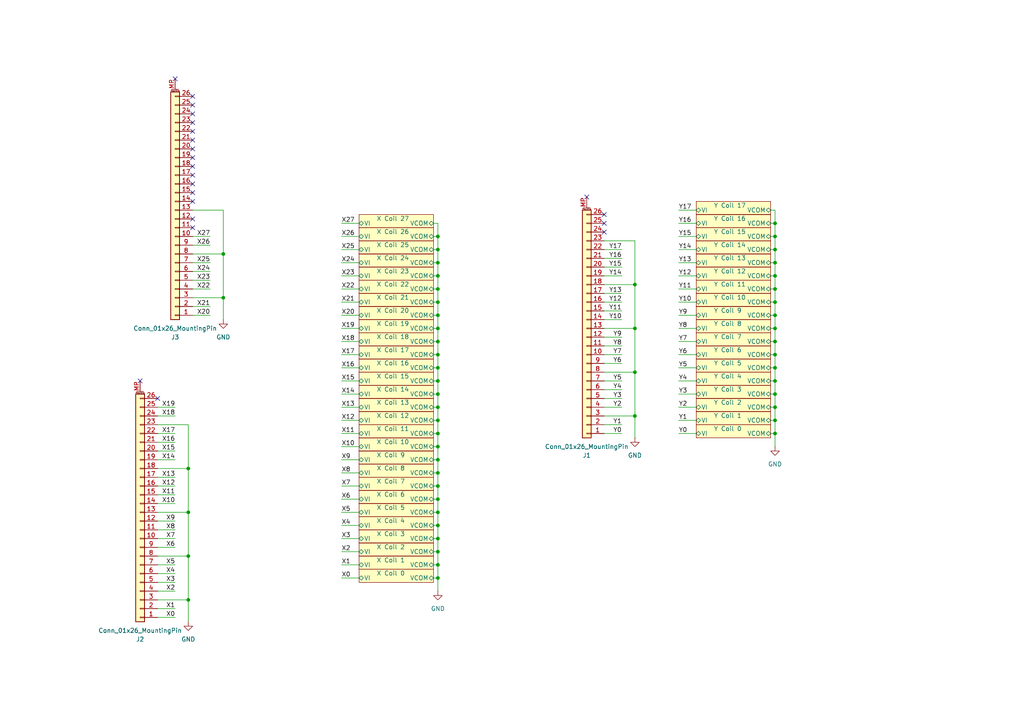
<source format=kicad_sch>
(kicad_sch (version 20250114) (generator "eeschema") (generator_version "9.0")
  (paper "A4")
  (lib_symbols
    (symbol "Connector_Generic_MountingPin:Conn_01x26_MountingPin" (pin_names (offset 1.016) (hide yes))
      (property "Reference" "J" (at 0 33.02 0))
      (property "Value" "Conn_01x26_MountingPin" (at 1.27 -35.56 0))
      (symbol "Conn_01x26_MountingPin_1_1"
        (rectangle (start -1.27 31.75) (end 1.27 -34.29) (stroke (width 0.254)) (fill (type background)))
        (rectangle (start -1.27 30.607) (end 0 30.353) (stroke (width 0.1524)))
        (rectangle (start -1.27 28.067) (end 0 27.813) (stroke (width 0.1524)))
        (rectangle (start -1.27 25.527) (end 0 25.273) (stroke (width 0.1524)))
        (rectangle (start -1.27 22.987) (end 0 22.733) (stroke (width 0.1524)))
        (rectangle (start -1.27 20.447) (end 0 20.193) (stroke (width 0.1524)))
        (rectangle (start -1.27 17.907) (end 0 17.653) (stroke (width 0.1524)))
        (rectangle (start -1.27 15.367) (end 0 15.113) (stroke (width 0.1524)))
        (rectangle (start -1.27 12.827) (end 0 12.573) (stroke (width 0.1524)))
        (rectangle (start -1.27 10.287) (end 0 10.033) (stroke (width 0.1524)))
        (rectangle (start -1.27 7.747) (end 0 7.493) (stroke (width 0.1524)))
        (rectangle (start -1.27 5.207) (end 0 4.953) (stroke (width 0.1524)))
        (rectangle (start -1.27 2.667) (end 0 2.413) (stroke (width 0.1524)))
        (rectangle (start -1.27 0.127) (end 0 -0.127) (stroke (width 0.1524)))
        (rectangle (start -1.27 -2.413) (end 0 -2.667) (stroke (width 0.1524)))
        (rectangle (start -1.27 -4.953) (end 0 -5.207) (stroke (width 0.1524)))
        (rectangle (start -1.27 -7.493) (end 0 -7.747) (stroke (width 0.1524)))
        (rectangle (start -1.27 -10.033) (end 0 -10.287) (stroke (width 0.1524)))
        (rectangle (start -1.27 -12.573) (end 0 -12.827) (stroke (width 0.1524)))
        (rectangle (start -1.27 -15.113) (end 0 -15.367) (stroke (width 0.1524)))
        (rectangle (start -1.27 -17.653) (end 0 -17.907) (stroke (width 0.1524)))
        (rectangle (start -1.27 -20.193) (end 0 -20.447) (stroke (width 0.1524)))
        (rectangle (start -1.27 -22.733) (end 0 -22.987) (stroke (width 0.1524)))
        (rectangle (start -1.27 -25.273) (end 0 -25.527) (stroke (width 0.1524)))
        (rectangle (start -1.27 -27.813) (end 0 -28.067) (stroke (width 0.1524)))
        (rectangle (start -1.27 -30.353) (end 0 -30.607) (stroke (width 0.1524)))
        (rectangle (start -1.27 -32.893) (end 0 -33.147) (stroke (width 0.1524)))
        (polyline (pts (xy -1.016 -35.052) (xy 1.016 -35.052)) (stroke (width 0.1524)))
        (text "Mounting" (at 0 -34.671 0) (effects (font (size 0.381 0.381))))
        (pin passive line (at -5.08 30.48 0) (length 3.81) (name "Pin_1") (number "1"))
        (pin passive line (at -5.08 27.94 0) (length 3.81) (name "Pin_2") (number "2"))
        (pin passive line (at -5.08 25.4 0) (length 3.81) (name "Pin_3") (number "3"))
        (pin passive line (at -5.08 22.86 0) (length 3.81) (name "Pin_4") (number "4"))
        (pin passive line (at -5.08 20.32 0) (length 3.81) (name "Pin_5") (number "5"))
        (pin passive line (at -5.08 17.78 0) (length 3.81) (name "Pin_6") (number "6"))
        (pin passive line (at -5.08 15.24 0) (length 3.81) (name "Pin_7") (number "7"))
        (pin passive line (at -5.08 12.7 0) (length 3.81) (name "Pin_8") (number "8"))
        (pin passive line (at -5.08 10.16 0) (length 3.81) (name "Pin_9") (number "9"))
        (pin passive line (at -5.08 7.62 0) (length 3.81) (name "Pin_10") (number "10"))
        (pin passive line (at -5.08 5.08 0) (length 3.81) (name "Pin_11") (number "11"))
        (pin passive line (at -5.08 2.54 0) (length 3.81) (name "Pin_12") (number "12"))
        (pin passive line (at -5.08 0 0) (length 3.81) (name "Pin_13") (number "13"))
        (pin passive line (at -5.08 -2.54 0) (length 3.81) (name "Pin_14") (number "14"))
        (pin passive line (at -5.08 -5.08 0) (length 3.81) (name "Pin_15") (number "15"))
        (pin passive line (at -5.08 -7.62 0) (length 3.81) (name "Pin_16") (number "16"))
        (pin passive line (at -5.08 -10.16 0) (length 3.81) (name "Pin_17") (number "17"))
        (pin passive line (at -5.08 -12.7 0) (length 3.81) (name "Pin_18") (number "18"))
        (pin passive line (at -5.08 -15.24 0) (length 3.81) (name "Pin_19") (number "19"))
        (pin passive line (at -5.08 -17.78 0) (length 3.81) (name "Pin_20") (number "20"))
        (pin passive line (at -5.08 -20.32 0) (length 3.81) (name "Pin_21") (number "21"))
        (pin passive line (at -5.08 -22.86 0) (length 3.81) (name "Pin_22") (number "22"))
        (pin passive line (at -5.08 -25.4 0) (length 3.81) (name "Pin_23") (number "23"))
        (pin passive line (at -5.08 -27.94 0) (length 3.81) (name "Pin_24") (number "24"))
        (pin passive line (at -5.08 -30.48 0) (length 3.81) (name "Pin_25") (number "25"))
        (pin passive line (at -5.08 -33.02 0) (length 3.81) (name "Pin_26") (number "26"))
        (pin passive line (at 0 -38.1 90) (length 3.048) (name "MountPin") (number "MP"))
      )
    )
    (symbol "power:GND" (power) (pin_numbers (hide yes)) (pin_names (offset 0) (hide yes))
      (property "Value" "GND" (at 0 -3.81 0))
      (symbol "GND_0_1"
        (polyline (pts (xy 0 0) (xy 0 -1.27) (xy 1.27 -1.27) (xy 0 -2.54) (xy -1.27 -1.27) (xy 0 -1.27)))
      )
      (symbol "GND_1_1"
        (pin power_in line (at 0 0 270) (length 0) (name "~") (number "1"))
      )
    )
  )
  (junction (at 224.79 91.44))
  (junction (at 127 156.21))
  (junction (at 224.79 64.77))
  (junction (at 54.61 148.59))
  (junction (at 127 106.68))
  (junction (at 127 87.63))
  (junction (at 224.79 83.82))
  (junction (at 127 102.87))
  (junction (at 127 163.83))
  (junction (at 127 72.39))
  (junction (at 127 160.02))
  (junction (at 127 95.25))
  (junction (at 224.79 106.68))
  (junction (at 127 152.4))
  (junction (at 127 140.97))
  (junction (at 127 118.11))
  (junction (at 127 91.44))
  (junction (at 127 133.35))
  (junction (at 127 99.06))
  (junction (at 184.15 95.25))
  (junction (at 224.79 102.87))
  (junction (at 127 148.59))
  (junction (at 127 114.3))
  (junction (at 184.15 107.95))
  (junction (at 224.79 80.01))
  (junction (at 224.79 68.58))
  (junction (at 224.79 72.39))
  (junction (at 127 110.49))
  (junction (at 224.79 121.92))
  (junction (at 127 167.64))
  (junction (at 184.15 120.65))
  (junction (at 224.79 87.63))
  (junction (at 224.79 110.49))
  (junction (at 224.79 95.25))
  (junction (at 224.79 99.06))
  (junction (at 127 125.73))
  (junction (at 224.79 114.3))
  (junction (at 127 144.78))
  (junction (at 127 68.58))
  (junction (at 127 137.16))
  (junction (at 127 121.92))
  (junction (at 64.77 86.36))
  (junction (at 127 80.01))
  (junction (at 224.79 118.11))
  (junction (at 224.79 76.2))
  (junction (at 54.61 161.29))
  (junction (at 184.15 82.55))
  (junction (at 64.77 73.66))
  (junction (at 127 83.82))
  (junction (at 127 76.2))
  (junction (at 54.61 173.99))
  (junction (at 127 129.54))
  (junction (at 224.79 125.73))
  (junction (at 54.61 135.89))
  (no_connect (at 55.88 58.42))
  (no_connect (at 55.88 38.1))
  (no_connect (at 55.88 53.34))
  (no_connect (at 55.88 50.8))
  (no_connect (at 55.88 55.88))
  (no_connect (at 55.88 45.72))
  (no_connect (at 55.88 33.02))
  (no_connect (at 55.88 66.04))
  (no_connect (at 170.18 57.15))
  (no_connect (at 55.88 63.5))
  (no_connect (at 40.64 110.49))
  (no_connect (at 45.72 115.57))
  (no_connect (at 50.8 22.86))
  (no_connect (at 175.26 64.77))
  (no_connect (at 55.88 35.56))
  (no_connect (at 55.88 27.94))
  (no_connect (at 55.88 48.26))
  (no_connect (at 55.88 43.18))
  (no_connect (at 55.88 40.64))
  (no_connect (at 55.88 30.48))
  (no_connect (at 175.26 62.23))
  (no_connect (at 175.26 67.31))
  (wire (pts (xy 224.79 125.73) (xy 224.79 121.92)))
  (wire (pts (xy 224.79 118.11) (xy 224.79 114.3)))
  (wire (pts (xy 175.26 107.95) (xy 184.15 107.95)))
  (wire (pts (xy 125.73 118.11) (xy 127 118.11)))
  (wire (pts (xy 54.61 173.99) (xy 54.61 180.34)))
  (wire (pts (xy 99.06 114.3) (xy 104.14 114.3)))
  (wire (pts (xy 224.79 83.82) (xy 224.79 80.01)))
  (wire (pts (xy 224.79 80.01) (xy 224.79 76.2)))
  (wire (pts (xy 127 99.06) (xy 127 95.25)))
  (wire (pts (xy 223.52 83.82) (xy 224.79 83.82)))
  (wire (pts (xy 50.8 125.73) (xy 45.72 125.73)))
  (wire (pts (xy 224.79 121.92) (xy 224.79 118.11)))
  (wire (pts (xy 224.79 125.73) (xy 224.79 129.54)))
  (wire (pts (xy 196.85 95.25) (xy 201.93 95.25)))
  (wire (pts (xy 50.8 171.45) (xy 45.72 171.45)))
  (wire (pts (xy 125.73 160.02) (xy 127 160.02)))
  (wire (pts (xy 99.06 110.49) (xy 104.14 110.49)))
  (wire (pts (xy 125.73 133.35) (xy 127 133.35)))
  (wire (pts (xy 127 160.02) (xy 127 156.21)))
  (wire (pts (xy 125.73 156.21) (xy 127 156.21)))
  (wire (pts (xy 223.52 121.92) (xy 224.79 121.92)))
  (wire (pts (xy 45.72 166.37) (xy 50.8 166.37)))
  (wire (pts (xy 184.15 95.25) (xy 184.15 107.95)))
  (wire (pts (xy 125.73 80.01) (xy 127 80.01)))
  (wire (pts (xy 127 133.35) (xy 127 129.54)))
  (wire (pts (xy 184.15 107.95) (xy 184.15 120.65)))
  (wire (pts (xy 99.06 91.44) (xy 104.14 91.44)))
  (wire (pts (xy 127 114.3) (xy 127 110.49)))
  (wire (pts (xy 99.06 121.92) (xy 104.14 121.92)))
  (wire (pts (xy 127 106.68) (xy 127 102.87)))
  (wire (pts (xy 184.15 82.55) (xy 184.15 95.25)))
  (wire (pts (xy 223.52 76.2) (xy 224.79 76.2)))
  (wire (pts (xy 184.15 69.85) (xy 184.15 82.55)))
  (wire (pts (xy 45.72 161.29) (xy 54.61 161.29)))
  (wire (pts (xy 224.79 64.77) (xy 224.79 60.96)))
  (wire (pts (xy 127 156.21) (xy 127 152.4)))
  (wire (pts (xy 125.73 163.83) (xy 127 163.83)))
  (wire (pts (xy 50.8 168.91) (xy 45.72 168.91)))
  (wire (pts (xy 223.52 80.01) (xy 224.79 80.01)))
  (wire (pts (xy 175.26 120.65) (xy 184.15 120.65)))
  (wire (pts (xy 224.79 91.44) (xy 224.79 87.63)))
  (wire (pts (xy 180.34 74.93) (xy 175.26 74.93)))
  (wire (pts (xy 180.34 97.79) (xy 175.26 97.79)))
  (wire (pts (xy 127 91.44) (xy 127 87.63)))
  (wire (pts (xy 196.85 121.92) (xy 201.93 121.92)))
  (wire (pts (xy 224.79 72.39) (xy 224.79 68.58)))
  (wire (pts (xy 223.52 99.06) (xy 224.79 99.06)))
  (wire (pts (xy 127 80.01) (xy 127 76.2)))
  (wire (pts (xy 45.72 123.19) (xy 54.61 123.19)))
  (wire (pts (xy 55.88 68.58) (xy 60.96 68.58)))
  (wire (pts (xy 125.73 76.2) (xy 127 76.2)))
  (wire (pts (xy 125.73 140.97) (xy 127 140.97)))
  (wire (pts (xy 125.73 152.4) (xy 127 152.4)))
  (wire (pts (xy 127 83.82) (xy 127 80.01)))
  (wire (pts (xy 54.61 135.89) (xy 54.61 148.59)))
  (wire (pts (xy 99.06 95.25) (xy 104.14 95.25)))
  (wire (pts (xy 196.85 72.39) (xy 201.93 72.39)))
  (wire (pts (xy 196.85 80.01) (xy 201.93 80.01)))
  (wire (pts (xy 64.77 86.36) (xy 64.77 92.71)))
  (wire (pts (xy 127 163.83) (xy 127 160.02)))
  (wire (pts (xy 224.79 106.68) (xy 224.79 102.87)))
  (wire (pts (xy 223.52 72.39) (xy 224.79 72.39)))
  (wire (pts (xy 196.85 102.87) (xy 201.93 102.87)))
  (wire (pts (xy 50.8 179.07) (xy 45.72 179.07)))
  (wire (pts (xy 175.26 95.25) (xy 184.15 95.25)))
  (wire (pts (xy 180.34 102.87) (xy 175.26 102.87)))
  (wire (pts (xy 60.96 83.82) (xy 55.88 83.82)))
  (wire (pts (xy 125.73 129.54) (xy 127 129.54)))
  (wire (pts (xy 127 118.11) (xy 127 114.3)))
  (wire (pts (xy 55.88 76.2) (xy 60.96 76.2)))
  (wire (pts (xy 223.52 91.44) (xy 224.79 91.44)))
  (wire (pts (xy 99.06 83.82) (xy 104.14 83.82)))
  (wire (pts (xy 180.34 87.63) (xy 175.26 87.63)))
  (wire (pts (xy 99.06 140.97) (xy 104.14 140.97)))
  (wire (pts (xy 64.77 60.96) (xy 55.88 60.96)))
  (wire (pts (xy 99.06 99.06) (xy 104.14 99.06)))
  (wire (pts (xy 127 140.97) (xy 127 137.16)))
  (wire (pts (xy 50.8 143.51) (xy 45.72 143.51)))
  (wire (pts (xy 224.79 110.49) (xy 224.79 106.68)))
  (wire (pts (xy 180.34 72.39) (xy 175.26 72.39)))
  (wire (pts (xy 45.72 173.99) (xy 54.61 173.99)))
  (wire (pts (xy 60.96 78.74) (xy 55.88 78.74)))
  (wire (pts (xy 180.34 123.19) (xy 175.26 123.19)))
  (wire (pts (xy 196.85 91.44) (xy 201.93 91.44)))
  (wire (pts (xy 180.34 92.71) (xy 175.26 92.71)))
  (wire (pts (xy 60.96 71.12) (xy 55.88 71.12)))
  (wire (pts (xy 180.34 115.57) (xy 175.26 115.57)))
  (wire (pts (xy 180.34 77.47) (xy 175.26 77.47)))
  (wire (pts (xy 180.34 105.41) (xy 175.26 105.41)))
  (wire (pts (xy 223.52 60.96) (xy 224.79 60.96)))
  (wire (pts (xy 127 95.25) (xy 127 91.44)))
  (wire (pts (xy 125.73 110.49) (xy 127 110.49)))
  (wire (pts (xy 196.85 83.82) (xy 201.93 83.82)))
  (wire (pts (xy 50.8 133.35) (xy 45.72 133.35)))
  (wire (pts (xy 223.52 110.49) (xy 224.79 110.49)))
  (wire (pts (xy 125.73 99.06) (xy 127 99.06)))
  (wire (pts (xy 125.73 83.82) (xy 127 83.82)))
  (wire (pts (xy 99.06 80.01) (xy 104.14 80.01)))
  (wire (pts (xy 223.52 102.87) (xy 224.79 102.87)))
  (wire (pts (xy 99.06 125.73) (xy 104.14 125.73)))
  (wire (pts (xy 196.85 125.73) (xy 201.93 125.73)))
  (wire (pts (xy 125.73 144.78) (xy 127 144.78)))
  (wire (pts (xy 50.8 156.21) (xy 45.72 156.21)))
  (wire (pts (xy 196.85 118.11) (xy 201.93 118.11)))
  (wire (pts (xy 127 87.63) (xy 127 83.82)))
  (wire (pts (xy 64.77 73.66) (xy 64.77 60.96)))
  (wire (pts (xy 196.85 99.06) (xy 201.93 99.06)))
  (wire (pts (xy 127 76.2) (xy 127 72.39)))
  (wire (pts (xy 50.8 151.13) (xy 45.72 151.13)))
  (wire (pts (xy 125.73 64.77) (xy 127 64.77)))
  (wire (pts (xy 99.06 156.21) (xy 104.14 156.21)))
  (wire (pts (xy 64.77 73.66) (xy 64.77 86.36)))
  (wire (pts (xy 55.88 86.36) (xy 64.77 86.36)))
  (wire (pts (xy 196.85 106.68) (xy 201.93 106.68)))
  (wire (pts (xy 223.52 64.77) (xy 224.79 64.77)))
  (wire (pts (xy 224.79 68.58) (xy 224.79 64.77)))
  (wire (pts (xy 54.61 161.29) (xy 54.61 173.99)))
  (wire (pts (xy 127 125.73) (xy 127 129.54)))
  (wire (pts (xy 180.34 125.73) (xy 175.26 125.73)))
  (wire (pts (xy 223.52 125.73) (xy 224.79 125.73)))
  (wire (pts (xy 127 110.49) (xy 127 106.68)))
  (wire (pts (xy 196.85 64.77) (xy 201.93 64.77)))
  (wire (pts (xy 175.26 69.85) (xy 184.15 69.85)))
  (wire (pts (xy 184.15 120.65) (xy 184.15 127)))
  (wire (pts (xy 224.79 87.63) (xy 224.79 83.82)))
  (wire (pts (xy 125.73 95.25) (xy 127 95.25)))
  (wire (pts (xy 125.73 114.3) (xy 127 114.3)))
  (wire (pts (xy 125.73 106.68) (xy 127 106.68)))
  (wire (pts (xy 127 167.64) (xy 127 171.45)))
  (wire (pts (xy 196.85 68.58) (xy 201.93 68.58)))
  (wire (pts (xy 50.8 118.11) (xy 45.72 118.11)))
  (wire (pts (xy 127 121.92) (xy 127 118.11)))
  (wire (pts (xy 125.73 102.87) (xy 127 102.87)))
  (wire (pts (xy 223.52 68.58) (xy 224.79 68.58)))
  (wire (pts (xy 55.88 73.66) (xy 64.77 73.66)))
  (wire (pts (xy 50.8 128.27) (xy 45.72 128.27)))
  (wire (pts (xy 127 68.58) (xy 127 64.77)))
  (wire (pts (xy 99.06 163.83) (xy 104.14 163.83)))
  (wire (pts (xy 127 137.16) (xy 127 133.35)))
  (wire (pts (xy 99.06 102.87) (xy 104.14 102.87)))
  (wire (pts (xy 99.06 144.78) (xy 104.14 144.78)))
  (wire (pts (xy 196.85 110.49) (xy 201.93 110.49)))
  (wire (pts (xy 99.06 167.64) (xy 104.14 167.64)))
  (wire (pts (xy 175.26 82.55) (xy 184.15 82.55)))
  (wire (pts (xy 196.85 87.63) (xy 201.93 87.63)))
  (wire (pts (xy 50.8 176.53) (xy 45.72 176.53)))
  (wire (pts (xy 196.85 114.3) (xy 201.93 114.3)))
  (wire (pts (xy 99.06 118.11) (xy 104.14 118.11)))
  (wire (pts (xy 223.52 118.11) (xy 224.79 118.11)))
  (wire (pts (xy 99.06 87.63) (xy 104.14 87.63)))
  (wire (pts (xy 45.72 135.89) (xy 54.61 135.89)))
  (wire (pts (xy 99.06 137.16) (xy 104.14 137.16)))
  (wire (pts (xy 60.96 88.9) (xy 55.88 88.9)))
  (wire (pts (xy 99.06 160.02) (xy 104.14 160.02)))
  (wire (pts (xy 180.34 90.17) (xy 175.26 90.17)))
  (wire (pts (xy 54.61 123.19) (xy 54.61 135.89)))
  (wire (pts (xy 224.79 76.2) (xy 224.79 72.39)))
  (wire (pts (xy 50.8 120.65) (xy 45.72 120.65)))
  (wire (pts (xy 180.34 80.01) (xy 175.26 80.01)))
  (wire (pts (xy 180.34 110.49) (xy 175.26 110.49)))
  (wire (pts (xy 127 102.87) (xy 127 99.06)))
  (wire (pts (xy 125.73 91.44) (xy 127 91.44)))
  (wire (pts (xy 127 152.4) (xy 127 148.59)))
  (wire (pts (xy 125.73 72.39) (xy 127 72.39)))
  (wire (pts (xy 45.72 163.83) (xy 50.8 163.83)))
  (wire (pts (xy 99.06 148.59) (xy 104.14 148.59)))
  (wire (pts (xy 180.34 118.11) (xy 175.26 118.11)))
  (wire (pts (xy 99.06 72.39) (xy 104.14 72.39)))
  (wire (pts (xy 125.73 148.59) (xy 127 148.59)))
  (wire (pts (xy 127 72.39) (xy 127 68.58)))
  (wire (pts (xy 50.8 140.97) (xy 45.72 140.97)))
  (wire (pts (xy 224.79 95.25) (xy 224.79 91.44)))
  (wire (pts (xy 99.06 106.68) (xy 104.14 106.68)))
  (wire (pts (xy 99.06 64.77) (xy 104.14 64.77)))
  (wire (pts (xy 60.96 81.28) (xy 55.88 81.28)))
  (wire (pts (xy 99.06 129.54) (xy 104.14 129.54)))
  (wire (pts (xy 224.79 102.87) (xy 224.79 99.06)))
  (wire (pts (xy 50.8 130.81) (xy 45.72 130.81)))
  (wire (pts (xy 196.85 60.96) (xy 201.93 60.96)))
  (wire (pts (xy 50.8 146.05) (xy 45.72 146.05)))
  (wire (pts (xy 180.34 85.09) (xy 175.26 85.09)))
  (wire (pts (xy 125.73 167.64) (xy 127 167.64)))
  (wire (pts (xy 223.52 95.25) (xy 224.79 95.25)))
  (wire (pts (xy 127 144.78) (xy 127 140.97)))
  (wire (pts (xy 125.73 87.63) (xy 127 87.63)))
  (wire (pts (xy 50.8 158.75) (xy 45.72 158.75)))
  (wire (pts (xy 125.73 125.73) (xy 127 125.73)))
  (wire (pts (xy 125.73 137.16) (xy 127 137.16)))
  (wire (pts (xy 99.06 133.35) (xy 104.14 133.35)))
  (wire (pts (xy 54.61 148.59) (xy 54.61 161.29)))
  (wire (pts (xy 45.72 148.59) (xy 54.61 148.59)))
  (wire (pts (xy 50.8 138.43) (xy 45.72 138.43)))
  (wire (pts (xy 99.06 152.4) (xy 104.14 152.4)))
  (wire (pts (xy 99.06 68.58) (xy 104.14 68.58)))
  (wire (pts (xy 125.73 121.92) (xy 127 121.92)))
  (wire (pts (xy 196.85 76.2) (xy 201.93 76.2)))
  (wire (pts (xy 99.06 76.2) (xy 104.14 76.2)))
  (wire (pts (xy 180.34 100.33) (xy 175.26 100.33)))
  (wire (pts (xy 127 121.92) (xy 127 125.73)))
  (wire (pts (xy 180.34 113.03) (xy 175.26 113.03)))
  (wire (pts (xy 224.79 99.06) (xy 224.79 95.25)))
  (wire (pts (xy 50.8 153.67) (xy 45.72 153.67)))
  (wire (pts (xy 60.96 91.44) (xy 55.88 91.44)))
  (wire (pts (xy 223.52 87.63) (xy 224.79 87.63)))
  (wire (pts (xy 127 148.59) (xy 127 144.78)))
  (wire (pts (xy 223.52 106.68) (xy 224.79 106.68)))
  (wire (pts (xy 223.52 114.3) (xy 224.79 114.3)))
  (wire (pts (xy 224.79 114.3) (xy 224.79 110.49)))
  (wire (pts (xy 125.73 68.58) (xy 127 68.58)))
  (wire (pts (xy 127 167.64) (xy 127 163.83)))
  (label "X0" (at 50.8 179.07 180))
  (label "Y14" (at 196.85 72.39 0))
  (label "Y6" (at 196.85 102.87 0))
  (label "Y4" (at 180.34 113.03 180))
  (label "Y16" (at 196.85 64.77 0))
  (label "X12" (at 50.8 140.97 180))
  (label "X25" (at 99.06 72.39 0))
  (label "X4" (at 99.06 152.4 0))
  (label "Y5" (at 196.85 106.68 0))
  (label "Y15" (at 196.85 68.58 0))
  (label "X6" (at 99.06 144.78 0))
  (label "Y12" (at 196.85 80.01 0))
  (label "X19" (at 99.06 95.25 0))
  (label "Y13" (at 180.34 85.09 180))
  (label "X27" (at 60.96 68.58 180))
  (label "Y8" (at 180.34 100.33 180))
  (label "X10" (at 50.8 146.05 180))
  (label "X19" (at 50.8 118.11 180))
  (label "Y6" (at 180.34 105.41 180))
  (label "Y0" (at 180.34 125.73 180))
  (label "X7" (at 99.06 140.97 0))
  (label "X15" (at 50.8 130.81 180))
  (label "X5" (at 50.8 163.83 180))
  (label "X15" (at 99.06 110.49 0))
  (label "Y2" (at 180.34 118.11 180))
  (label "Y7" (at 196.85 99.06 0))
  (label "Y17" (at 196.85 60.96 0))
  (label "Y10" (at 180.34 92.71 180))
  (label "Y13" (at 196.85 76.2 0))
  (label "Y14" (at 180.34 80.01 180))
  (label "X1" (at 50.8 176.53 180))
  (label "X0" (at 99.06 167.64 0))
  (label "Y12" (at 180.34 87.63 180))
  (label "X8" (at 99.06 137.16 0))
  (label "Y1" (at 196.85 121.92 0))
  (label "X21" (at 60.96 88.9 180))
  (label "X18" (at 50.8 120.65 180))
  (label "X18" (at 99.06 99.06 0))
  (label "X24" (at 60.96 78.74 180))
  (label "Y7" (at 180.34 102.87 180))
  (label "X22" (at 60.96 83.82 180))
  (label "Y5" (at 180.34 110.49 180))
  (label "X13" (at 50.8 138.43 180))
  (label "X1" (at 99.06 163.83 0))
  (label "X12" (at 99.06 121.92 0))
  (label "X25" (at 60.96 76.2 180))
  (label "X13" (at 99.06 118.11 0))
  (label "X2" (at 50.8 171.45 180))
  (label "X20" (at 99.06 91.44 0))
  (label "X21" (at 99.06 87.63 0))
  (label "X9" (at 50.8 151.13 180))
  (label "X11" (at 99.06 125.73 0))
  (label "X3" (at 50.8 168.91 180))
  (label "X16" (at 99.06 106.68 0))
  (label "X26" (at 60.96 71.12 180))
  (label "X3" (at 99.06 156.21 0))
  (label "X16" (at 50.8 128.27 180))
  (label "Y1" (at 180.34 123.19 180))
  (label "X14" (at 99.06 114.3 0))
  (label "X11" (at 50.8 143.51 180))
  (label "X22" (at 99.06 83.82 0))
  (label "Y3" (at 180.34 115.57 180))
  (label "X10" (at 99.06 129.54 0))
  (label "Y0" (at 196.85 125.73 0))
  (label "X23" (at 99.06 80.01 0))
  (label "Y15" (at 180.34 77.47 180))
  (label "Y10" (at 196.85 87.63 0))
  (label "Y11" (at 196.85 83.82 0))
  (label "X14" (at 50.8 133.35 180))
  (label "X8" (at 50.8 153.67 180))
  (label "Y2" (at 196.85 118.11 0))
  (label "X2" (at 99.06 160.02 0))
  (label "Y3" (at 196.85 114.3 0))
  (label "Y9" (at 196.85 91.44 0))
  (label "X9" (at 99.06 133.35 0))
  (label "X24" (at 99.06 76.2 0))
  (label "X6" (at 50.8 158.75 180))
  (label "X4" (at 50.8 166.37 180))
  (label "Y4" (at 196.85 110.49 0))
  (label "X23" (at 60.96 81.28 180))
  (label "X7" (at 50.8 156.21 180))
  (label "X5" (at 99.06 148.59 0))
  (label "X26" (at 99.06 68.58 0))
  (label "X17" (at 99.06 102.87 0))
  (label "X27" (at 99.06 64.77 0))
  (label "Y9" (at 180.34 97.79 180))
  (label "Y17" (at 180.34 72.39 180))
  (label "X20" (at 60.96 91.44 180))
  (label "Y16" (at 180.34 74.93 180))
  (label "Y11" (at 180.34 90.17 180))
  (label "Y8" (at 196.85 95.25 0))
  (label "X17" (at 50.8 125.73 180))
  (symbol (lib_id "power:GND") (at 127 171.45 0) (unit 1)
    (property "Reference" "#PWR05" (effects (hide yes)))
    (property "Value" "GND" (at 127 176.53 0))
    (property "Description" "Power symbol creates a global label with name \"GND\" , ground" (effects (hide yes)))
  )
  (symbol (lib_id "Connector_Generic_MountingPin:Conn_01x26_MountingPin") (at 40.64 148.59 180) (unit 1)
    (property "Reference" "J2" (at 40.64 185.42 0))
    (property "Value" "Conn_01x26_MountingPin" (at 40.64 182.88 0))
    (property "Footprint" "FPC:Hirose_FH12-26S-0.5SH(55)-FPC_1" (effects (hide yes)))
    (property "Description" "Generic connectable mounting pin connector, single row, 01x26, script generated (kicad-library-utils/schlib/autogen/connector/)" (effects (hide yes)))
  )
  (symbol (lib_id "Connector_Generic_MountingPin:Conn_01x26_MountingPin") (at 50.8 60.96 180) (unit 1)
    (property "Reference" "J3" (at 50.8 97.79 0))
    (property "Value" "Conn_01x26_MountingPin" (at 50.8 95.25 0))
    (property "Footprint" "FPC:Hirose_FH12-26S-0.5SH(55)-FPC_1" (effects (hide yes)))
    (property "Description" "Generic connectable mounting pin connector, single row, 01x26, script generated (kicad-library-utils/schlib/autogen/connector/)" (effects (hide yes)))
  )
  (symbol (lib_id "Connector_Generic_MountingPin:Conn_01x26_MountingPin") (at 170.18 95.25 180) (unit 1)
    (property "Reference" "J1" (at 170.18 132.08 0))
    (property "Value" "Conn_01x26_MountingPin" (at 170.18 129.54 0))
    (property "Footprint" "FPC:Hirose_FH12-26S-0.5SH(55)-FPC_1" (effects (hide yes)))
    (property "Description" "Generic connectable mounting pin connector, single row, 01x26, script generated (kicad-library-utils/schlib/autogen/connector/)" (effects (hide yes)))
  )
  (symbol (lib_id "power:GND") (at 64.77 92.71 0) (unit 1)
    (property "Reference" "#PWR04" (effects (hide yes)))
    (property "Value" "GND" (at 64.77 97.79 0))
    (property "Description" "Power symbol creates a global label with name \"GND\" , ground" (effects (hide yes)))
  )
  (symbol (lib_id "power:GND") (at 54.61 180.34 0) (unit 1)
    (property "Reference" "#PWR03" (effects (hide yes)))
    (property "Value" "GND" (at 54.61 185.42 0))
    (property "Description" "Power symbol creates a global label with name \"GND\" , ground" (effects (hide yes)))
  )
  (symbol (lib_id "power:GND") (at 184.15 127 0) (unit 1)
    (property "Reference" "#PWR02" (effects (hide yes)))
    (property "Value" "GND" (at 184.15 132.08 0))
    (property "Description" "Power symbol creates a global label with name \"GND\" , ground" (effects (hide yes)))
  )
  (symbol (lib_id "power:GND") (at 224.79 129.54 0) (unit 1)
    (property "Reference" "#PWR01" (effects (hide yes)))
    (property "Value" "GND" (at 224.79 134.62 0))
    (property "Description" "Power symbol creates a global label with name \"GND\" , ground" (effects (hide yes)))
  )
  (sheet (at 104.14 115.57) (size 21.59 3.81) (stroke (width 0.1524)) (fill (color 255 255 194 1.0000))
    (property "Sheetname" "X Coil 13" (at 109.22 117.475 0) (effects (justify left bottom)))
    (property "Sheetfile" "coil.kicad_sch" (effects (hide yes)))
    (pin "VI" bidirectional (at 104.14 118.11 180))
    (pin "VCOM" bidirectional (at 125.73 118.11 0))
  )
  (sheet (at 201.93 77.47) (size 21.59 3.81) (stroke (width 0.1524)) (fill (color 255 255 194 1.0000))
    (property "Sheetname" "Y Coil 12" (at 207.01 79.375 0) (effects (justify left bottom)))
    (property "Sheetfile" "coil.kicad_sch" (effects (hide yes)))
    (pin "VI" bidirectional (at 201.93 80.01 180))
    (pin "VCOM" bidirectional (at 223.52 80.01 0))
  )
  (sheet (at 201.93 107.95) (size 21.59 3.81) (stroke (width 0.1524)) (fill (color 255 255 194 1.0000))
    (property "Sheetname" "Y Coil 4" (at 207.01 109.855 0) (effects (justify left bottom)))
    (property "Sheetfile" "coil.kicad_sch" (effects (hide yes)))
    (pin "VI" bidirectional (at 201.93 110.49 180))
    (pin "VCOM" bidirectional (at 223.52 110.49 0))
  )
  (sheet (at 104.14 69.85) (size 21.59 3.81) (stroke (width 0.1524)) (fill (color 255 255 194 1.0000))
    (property "Sheetname" "X Coil 25" (at 109.22 71.755 0) (effects (justify left bottom)))
    (property "Sheetfile" "coil.kicad_sch" (effects (hide yes)))
    (pin "VI" bidirectional (at 104.14 72.39 180))
    (pin "VCOM" bidirectional (at 125.73 72.39 0))
  )
  (sheet (at 201.93 96.52) (size 21.59 3.81) (stroke (width 0.1524)) (fill (color 255 255 194 1.0000))
    (property "Sheetname" "Y Coil 7" (at 207.01 98.425 0) (effects (justify left bottom)))
    (property "Sheetfile" "coil.kicad_sch" (effects (hide yes)))
    (pin "VI" bidirectional (at 201.93 99.06 180))
    (pin "VCOM" bidirectional (at 223.52 99.06 0))
  )
  (sheet (at 104.14 62.23) (size 21.59 3.81) (stroke (width 0.1524)) (fill (color 255 255 194 1.0000))
    (property "Sheetname" "X Coil 27" (at 109.22 64.135 0) (effects (justify left bottom)))
    (property "Sheetfile" "coil.kicad_sch" (effects (hide yes)))
    (pin "VI" bidirectional (at 104.14 64.77 180))
    (pin "VCOM" bidirectional (at 125.73 64.77 0))
  )
  (sheet (at 104.14 92.71) (size 21.59 3.81) (stroke (width 0.1524)) (fill (color 255 255 194 1.0000))
    (property "Sheetname" "X Coil 19" (at 109.22 94.615 0) (effects (justify left bottom)))
    (property "Sheetfile" "coil.kicad_sch" (effects (hide yes)))
    (pin "VI" bidirectional (at 104.14 95.25 180))
    (pin "VCOM" bidirectional (at 125.73 95.25 0))
  )
  (sheet (at 104.14 165.1) (size 21.59 3.81) (stroke (width 0.1524)) (fill (color 255 255 194 1.0000))
    (property "Sheetname" "X Coil 0" (at 109.22 167.005 0) (effects (justify left bottom)))
    (property "Sheetfile" "coil.kicad_sch" (effects (hide yes)))
    (pin "VI" bidirectional (at 104.14 167.64 180))
    (pin "VCOM" bidirectional (at 125.73 167.64 0))
  )
  (sheet (at 104.14 111.76) (size 21.59 3.81) (stroke (width 0.1524)) (fill (color 255 255 194 1.0000))
    (property "Sheetname" "X Coil 14" (at 109.22 113.665 0) (effects (justify left bottom)))
    (property "Sheetfile" "coil.kicad_sch" (effects (hide yes)))
    (pin "VI" bidirectional (at 104.14 114.3 180))
    (pin "VCOM" bidirectional (at 125.73 114.3 0))
  )
  (sheet (at 201.93 92.71) (size 21.59 3.81) (stroke (width 0.1524)) (fill (color 255 255 194 1.0000))
    (property "Sheetname" "Y Coil 8" (at 207.01 94.615 0) (effects (justify left bottom)))
    (property "Sheetfile" "coil.kicad_sch" (effects (hide yes)))
    (pin "VI" bidirectional (at 201.93 95.25 180))
    (pin "VCOM" bidirectional (at 223.52 95.25 0))
  )
  (sheet (at 201.93 85.09) (size 21.59 3.81) (stroke (width 0.1524)) (fill (color 255 255 194 1.0000))
    (property "Sheetname" "Y Coil 10" (at 207.01 86.995 0) (effects (justify left bottom)))
    (property "Sheetfile" "coil.kicad_sch" (effects (hide yes)))
    (pin "VI" bidirectional (at 201.93 87.63 180))
    (pin "VCOM" bidirectional (at 223.52 87.63 0))
  )
  (sheet (at 104.14 119.38) (size 21.59 3.81) (stroke (width 0.1524)) (fill (color 255 255 194 1.0000))
    (property "Sheetname" "X Coil 12" (at 109.22 121.285 0) (effects (justify left bottom)))
    (property "Sheetfile" "coil.kicad_sch" (effects (hide yes)))
    (pin "VI" bidirectional (at 104.14 121.92 180))
    (pin "VCOM" bidirectional (at 125.73 121.92 0))
  )
  (sheet (at 201.93 66.04) (size 21.59 3.81) (stroke (width 0.1524)) (fill (color 255 255 194 1.0000))
    (property "Sheetname" "Y Coil 15" (at 207.01 67.945 0) (effects (justify left bottom)))
    (property "Sheetfile" "coil.kicad_sch" (effects (hide yes)))
    (pin "VI" bidirectional (at 201.93 68.58 180))
    (pin "VCOM" bidirectional (at 223.52 68.58 0))
  )
  (sheet (at 104.14 142.24) (size 21.59 3.81) (stroke (width 0.1524)) (fill (color 255 255 194 1.0000))
    (property "Sheetname" "X Coil 6" (at 109.22 144.145 0) (effects (justify left bottom)))
    (property "Sheetfile" "coil.kicad_sch" (effects (hide yes)))
    (pin "VI" bidirectional (at 104.14 144.78 180))
    (pin "VCOM" bidirectional (at 125.73 144.78 0))
  )
  (sheet (at 104.14 66.04) (size 21.59 3.81) (stroke (width 0.1524)) (fill (color 255 255 194 1.0000))
    (property "Sheetname" "X Coil 26" (at 109.22 67.945 0) (effects (justify left bottom)))
    (property "Sheetfile" "coil.kicad_sch" (effects (hide yes)))
    (pin "VI" bidirectional (at 104.14 68.58 180))
    (pin "VCOM" bidirectional (at 125.73 68.58 0))
  )
  (sheet (at 201.93 119.38) (size 21.59 3.81) (stroke (width 0.1524)) (fill (color 255 255 194 1.0000))
    (property "Sheetname" "Y Coil 1" (at 207.01 121.285 0) (effects (justify left bottom)))
    (property "Sheetfile" "coil.kicad_sch" (effects (hide yes)))
    (pin "VI" bidirectional (at 201.93 121.92 180))
    (pin "VCOM" bidirectional (at 223.52 121.92 0))
  )
  (sheet (at 201.93 111.76) (size 21.59 3.81) (stroke (width 0.1524)) (fill (color 255 255 194 1.0000))
    (property "Sheetname" "Y Coil 3" (at 207.01 113.665 0) (effects (justify left bottom)))
    (property "Sheetfile" "coil.kicad_sch" (effects (hide yes)))
    (pin "VI" bidirectional (at 201.93 114.3 180))
    (pin "VCOM" bidirectional (at 223.52 114.3 0))
  )
  (sheet (at 201.93 88.9) (size 21.59 3.81) (stroke (width 0.1524)) (fill (color 255 255 194 1.0000))
    (property "Sheetname" "Y Coil 9" (at 207.01 90.805 0) (effects (justify left bottom)))
    (property "Sheetfile" "coil.kicad_sch" (effects (hide yes)))
    (pin "VI" bidirectional (at 201.93 91.44 180))
    (pin "VCOM" bidirectional (at 223.52 91.44 0))
  )
  (sheet (at 104.14 130.81) (size 21.59 3.81) (stroke (width 0.1524)) (fill (color 255 255 194 1.0000))
    (property "Sheetname" "X Coil 9" (at 109.22 132.715 0) (effects (justify left bottom)))
    (property "Sheetfile" "coil.kicad_sch" (effects (hide yes)))
    (pin "VI" bidirectional (at 104.14 133.35 180))
    (pin "VCOM" bidirectional (at 125.73 133.35 0))
  )
  (sheet (at 104.14 85.09) (size 21.59 3.81) (stroke (width 0.1524)) (fill (color 255 255 194 1.0000))
    (property "Sheetname" "X Coil 21" (at 109.22 86.995 0) (effects (justify left bottom)))
    (property "Sheetfile" "coil.kicad_sch" (effects (hide yes)))
    (pin "VI" bidirectional (at 104.14 87.63 180))
    (pin "VCOM" bidirectional (at 125.73 87.63 0))
  )
  (sheet (at 104.14 127) (size 21.59 3.81) (stroke (width 0.1524)) (fill (color 255 255 194 1.0000))
    (property "Sheetname" "X Coil 10" (at 109.22 128.905 0) (effects (justify left bottom)))
    (property "Sheetfile" "coil.kicad_sch" (effects (hide yes)))
    (pin "VI" bidirectional (at 104.14 129.54 180))
    (pin "VCOM" bidirectional (at 125.73 129.54 0))
  )
  (sheet (at 104.14 153.67) (size 21.59 3.81) (stroke (width 0.1524)) (fill (color 255 255 194 1.0000))
    (property "Sheetname" "X Coil 3" (at 109.22 155.575 0) (effects (justify left bottom)))
    (property "Sheetfile" "coil.kicad_sch" (effects (hide yes)))
    (pin "VI" bidirectional (at 104.14 156.21 180))
    (pin "VCOM" bidirectional (at 125.73 156.21 0))
  )
  (sheet (at 201.93 62.23) (size 21.59 3.81) (stroke (width 0.1524)) (fill (color 255 255 194 1.0000))
    (property "Sheetname" "Y Coil 16" (at 207.01 64.135 0) (effects (justify left bottom)))
    (property "Sheetfile" "coil.kicad_sch" (effects (hide yes)))
    (pin "VI" bidirectional (at 201.93 64.77 180))
    (pin "VCOM" bidirectional (at 223.52 64.77 0))
  )
  (sheet (at 104.14 157.48) (size 21.59 3.81) (stroke (width 0.1524)) (fill (color 255 255 194 1.0000))
    (property "Sheetname" "X Coil 2" (at 109.22 159.385 0) (effects (justify left bottom)))
    (property "Sheetfile" "coil.kicad_sch" (effects (hide yes)))
    (pin "VI" bidirectional (at 104.14 160.02 180))
    (pin "VCOM" bidirectional (at 125.73 160.02 0))
  )
  (sheet (at 201.93 69.85) (size 21.59 3.81) (stroke (width 0.1524)) (fill (color 255 255 194 1.0000))
    (property "Sheetname" "Y Coil 14" (at 207.01 71.755 0) (effects (justify left bottom)))
    (property "Sheetfile" "coil.kicad_sch" (effects (hide yes)))
    (pin "VI" bidirectional (at 201.93 72.39 180))
    (pin "VCOM" bidirectional (at 223.52 72.39 0))
  )
  (sheet (at 104.14 96.52) (size 21.59 3.81) (stroke (width 0.1524)) (fill (color 255 255 194 1.0000))
    (property "Sheetname" "X Coil 18" (at 109.22 98.425 0) (effects (justify left bottom)))
    (property "Sheetfile" "coil.kicad_sch" (effects (hide yes)))
    (pin "VI" bidirectional (at 104.14 99.06 180))
    (pin "VCOM" bidirectional (at 125.73 99.06 0))
  )
  (sheet (at 104.14 107.95) (size 21.59 3.81) (stroke (width 0.1524)) (fill (color 255 255 194 1.0000))
    (property "Sheetname" "X Coil 15" (at 109.22 109.855 0) (effects (justify left bottom)))
    (property "Sheetfile" "coil.kicad_sch" (effects (hide yes)))
    (pin "VI" bidirectional (at 104.14 110.49 180))
    (pin "VCOM" bidirectional (at 125.73 110.49 0))
  )
  (sheet (at 201.93 81.28) (size 21.59 3.81) (stroke (width 0.1524)) (fill (color 255 255 194 1.0000))
    (property "Sheetname" "Y Coil 11" (at 207.01 83.185 0) (effects (justify left bottom)))
    (property "Sheetfile" "coil.kicad_sch" (effects (hide yes)))
    (pin "VI" bidirectional (at 201.93 83.82 180))
    (pin "VCOM" bidirectional (at 223.52 83.82 0))
  )
  (sheet (at 201.93 73.66) (size 21.59 3.81) (stroke (width 0.1524)) (fill (color 255 255 194 1.0000))
    (property "Sheetname" "Y Coil 13" (at 207.01 75.565 0) (effects (justify left bottom)))
    (property "Sheetfile" "coil.kicad_sch" (effects (hide yes)))
    (pin "VI" bidirectional (at 201.93 76.2 180))
    (pin "VCOM" bidirectional (at 223.52 76.2 0))
  )
  (sheet (at 104.14 104.14) (size 21.59 3.81) (stroke (width 0.1524)) (fill (color 255 255 194 1.0000))
    (property "Sheetname" "X Coil 16" (at 109.22 106.045 0) (effects (justify left bottom)))
    (property "Sheetfile" "coil.kicad_sch" (effects (hide yes)))
    (pin "VI" bidirectional (at 104.14 106.68 180))
    (pin "VCOM" bidirectional (at 125.73 106.68 0))
  )
  (sheet (at 104.14 149.86) (size 21.59 3.81) (stroke (width 0.1524)) (fill (color 255 255 194 1.0000))
    (property "Sheetname" "X Coil 4" (at 109.22 151.765 0) (effects (justify left bottom)))
    (property "Sheetfile" "coil.kicad_sch" (effects (hide yes)))
    (pin "VI" bidirectional (at 104.14 152.4 180))
    (pin "VCOM" bidirectional (at 125.73 152.4 0))
  )
  (sheet (at 201.93 115.57) (size 21.59 3.81) (stroke (width 0.1524)) (fill (color 255 255 194 1.0000))
    (property "Sheetname" "Y Coil 2" (at 207.01 117.475 0) (effects (justify left bottom)))
    (property "Sheetfile" "coil.kicad_sch" (effects (hide yes)))
    (pin "VI" bidirectional (at 201.93 118.11 180))
    (pin "VCOM" bidirectional (at 223.52 118.11 0))
  )
  (sheet (at 104.14 81.28) (size 21.59 3.81) (stroke (width 0.1524)) (fill (color 255 255 194 1.0000))
    (property "Sheetname" "X Coil 22" (at 109.22 83.185 0) (effects (justify left bottom)))
    (property "Sheetfile" "coil.kicad_sch" (effects (hide yes)))
    (pin "VI" bidirectional (at 104.14 83.82 180))
    (pin "VCOM" bidirectional (at 125.73 83.82 0))
  )
  (sheet (at 201.93 104.14) (size 21.59 3.81) (stroke (width 0.1524)) (fill (color 255 255 194 1.0000))
    (property "Sheetname" "Y Coil 5" (at 207.01 106.045 0) (effects (justify left bottom)))
    (property "Sheetfile" "coil.kicad_sch" (effects (hide yes)))
    (pin "VI" bidirectional (at 201.93 106.68 180))
    (pin "VCOM" bidirectional (at 223.52 106.68 0))
  )
  (sheet (at 201.93 100.33) (size 21.59 3.81) (stroke (width 0.1524)) (fill (color 255 255 194 1.0000))
    (property "Sheetname" "Y Coil 6" (at 207.01 102.235 0) (effects (justify left bottom)))
    (property "Sheetfile" "coil.kicad_sch" (effects (hide yes)))
    (pin "VI" bidirectional (at 201.93 102.87 180))
    (pin "VCOM" bidirectional (at 223.52 102.87 0))
  )
  (sheet (at 104.14 88.9) (size 21.59 3.81) (stroke (width 0.1524)) (fill (color 255 255 194 1.0000))
    (property "Sheetname" "X Coil 20" (at 109.22 90.805 0) (effects (justify left bottom)))
    (property "Sheetfile" "coil.kicad_sch" (effects (hide yes)))
    (pin "VI" bidirectional (at 104.14 91.44 180))
    (pin "VCOM" bidirectional (at 125.73 91.44 0))
  )
  (sheet (at 201.93 58.42) (size 21.59 3.81) (stroke (width 0.1524)) (fill (color 255 255 194 1.0000))
    (property "Sheetname" "Y Coil 17" (at 207.01 60.325 0) (effects (justify left bottom)))
    (property "Sheetfile" "coil.kicad_sch" (effects (hide yes)))
    (pin "VI" bidirectional (at 201.93 60.96 180))
    (pin "VCOM" bidirectional (at 223.52 60.96 0))
  )
  (sheet (at 104.14 138.43) (size 21.59 3.81) (stroke (width 0.1524)) (fill (color 255 255 194 1.0000))
    (property "Sheetname" "X Coil 7" (at 109.22 140.335 0) (effects (justify left bottom)))
    (property "Sheetfile" "coil.kicad_sch" (effects (hide yes)))
    (pin "VI" bidirectional (at 104.14 140.97 180))
    (pin "VCOM" bidirectional (at 125.73 140.97 0))
  )
  (sheet (at 104.14 146.05) (size 21.59 3.81) (stroke (width 0.1524)) (fill (color 255 255 194 1.0000))
    (property "Sheetname" "X Coil 5" (at 109.22 147.955 0) (effects (justify left bottom)))
    (property "Sheetfile" "coil.kicad_sch" (effects (hide yes)))
    (pin "VI" bidirectional (at 104.14 148.59 180))
    (pin "VCOM" bidirectional (at 125.73 148.59 0))
  )
  (sheet (at 104.14 73.66) (size 21.59 3.81) (stroke (width 0.1524)) (fill (color 255 255 194 1.0000))
    (property "Sheetname" "X Coil 24" (at 109.22 75.565 0) (effects (justify left bottom)))
    (property "Sheetfile" "coil.kicad_sch" (effects (hide yes)))
    (pin "VI" bidirectional (at 104.14 76.2 180))
    (pin "VCOM" bidirectional (at 125.73 76.2 0))
  )
  (sheet (at 201.93 123.19) (size 21.59 3.81) (stroke (width 0.1524)) (fill (color 255 255 194 1.0000))
    (property "Sheetname" "Y Coil 0" (at 207.01 125.095 0) (effects (justify left bottom)))
    (property "Sheetfile" "coil.kicad_sch" (effects (hide yes)))
    (pin "VI" bidirectional (at 201.93 125.73 180))
    (pin "VCOM" bidirectional (at 223.52 125.73 0))
  )
  (sheet (at 104.14 100.33) (size 21.59 3.81) (stroke (width 0.1524)) (fill (color 255 255 194 1.0000))
    (property "Sheetname" "X Coil 17" (at 109.22 102.235 0) (effects (justify left bottom)))
    (property "Sheetfile" "coil.kicad_sch" (effects (hide yes)))
    (pin "VI" bidirectional (at 104.14 102.87 180))
    (pin "VCOM" bidirectional (at 125.73 102.87 0))
  )
  (sheet (at 104.14 134.62) (size 21.59 3.81) (stroke (width 0.1524)) (fill (color 255 255 194 1.0000))
    (property "Sheetname" "X Coil 8" (at 109.22 136.525 0) (effects (justify left bottom)))
    (property "Sheetfile" "coil.kicad_sch" (effects (hide yes)))
    (pin "VI" bidirectional (at 104.14 137.16 180))
    (pin "VCOM" bidirectional (at 125.73 137.16 0))
  )
  (sheet (at 104.14 77.47) (size 21.59 3.81) (stroke (width 0.1524)) (fill (color 255 255 194 1.0000))
    (property "Sheetname" "X Coil 23" (at 109.22 79.375 0) (effects (justify left bottom)))
    (property "Sheetfile" "coil.kicad_sch" (effects (hide yes)))
    (pin "VI" bidirectional (at 104.14 80.01 180))
    (pin "VCOM" bidirectional (at 125.73 80.01 0))
  )
  (sheet (at 104.14 161.29) (size 21.59 3.81) (stroke (width 0.1524)) (fill (color 255 255 194 1.0000))
    (property "Sheetname" "X Coil 1" (at 109.22 163.195 0) (effects (justify left bottom)))
    (property "Sheetfile" "coil.kicad_sch" (effects (hide yes)))
    (pin "VI" bidirectional (at 104.14 163.83 180))
    (pin "VCOM" bidirectional (at 125.73 163.83 0))
  )
  (sheet (at 104.14 123.19) (size 21.59 3.81) (stroke (width 0.1524)) (fill (color 255 255 194 1.0000))
    (property "Sheetname" "X Coil 11" (at 109.22 125.095 0) (effects (justify left bottom)))
    (property "Sheetfile" "coil.kicad_sch" (effects (hide yes)))
    (pin "VI" bidirectional (at 104.14 125.73 180))
    (pin "VCOM" bidirectional (at 125.73 125.73 0))
  )
)
</source>
